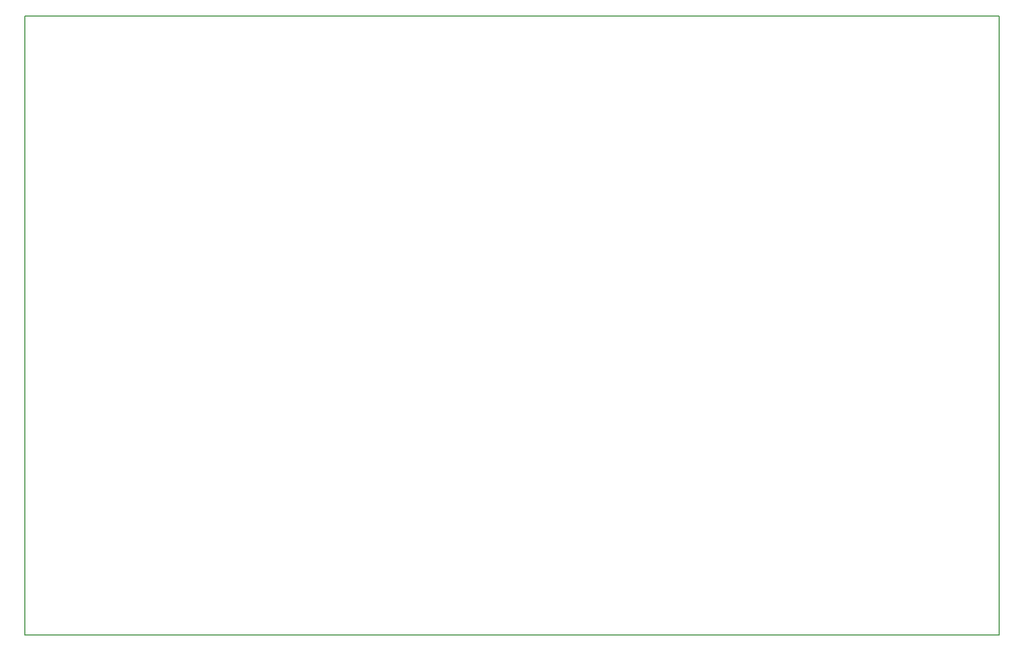
<source format=gko>
G04 Layer_Color=16711935*
%FSLAX44Y44*%
%MOMM*%
G71*
G01*
G75*
%ADD69C,0.2000*%
D69*
X0Y0D02*
Y1013000D01*
X1593500D01*
Y0D02*
Y1013000D01*
X0Y0D02*
X1593500D01*
M02*

</source>
